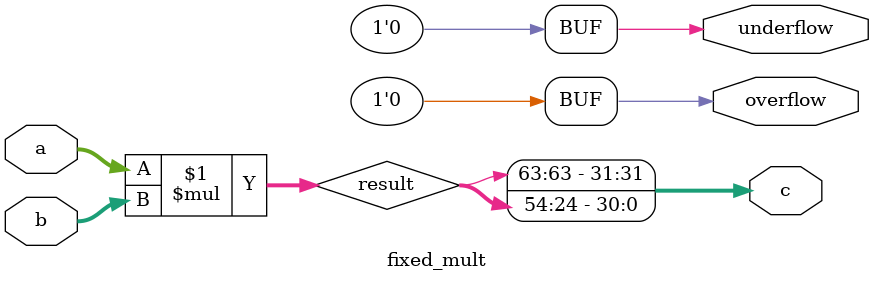
<source format=v>

`timescale 1ns / 100ps
`include "common.h"

module fixed_mult
(
    // input
    a,
    b,
    // output
    c,
    overflow,
    underflow
);

parameter WL = 32;
parameter IWL = 7;

// input
input wire signed [WL-1:0] a;
input wire signed [WL-1:0] b;

// output
output wire signed [WL-1:0] c;
output wire overflow;
output wire underflow;

assign overflow = 1'b0;
assign underflow = 1'b0;

// internal
//wire signed [2*WL-1:0] ext_a;
//wire signed [2*WL-1:0] ext_b;
//wire signed [2*WL-1:0] ext_result;
wire signed [2*WL-1:0] result;

/*
wire [2*(WL-1)-1:0] result;
wire sign;
wire overflow;

assign result = a[WL-2:0] * b[WL-2:0];
assign sign = a[WL-1]^b[WL-1];

assign c = {sign,result[IWL+2*(WL-IWL-1)-1-:WL-1]};

assign overflow = (result[2*(WL-1)-1:IWL+2*(WL-IWL)] > 'b0) ? 1'b1 : 1'b0;

*/

//assign ext_a = $signed(a);
//assign ext_b = $signed(b);

//assign ext_result = ext_a*ext_b;

assign result = a*b;

//assign c = result[IWL+1+2*(WL-IWL-1)-1-:WL];
assign c = {result[2*WL-1],result[IWL+2*(WL-IWL-1)-1-:(WL-1)]};

endmodule

</source>
